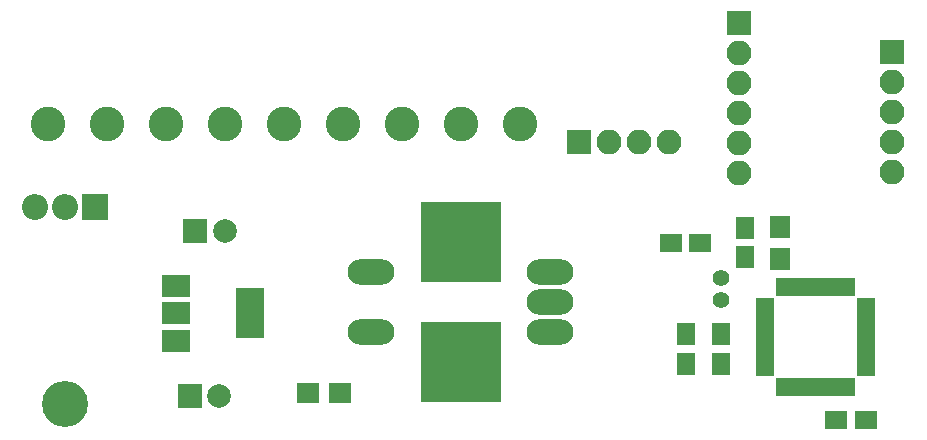
<source format=gts>
G04 #@! TF.FileFunction,Soldermask,Top*
%FSLAX46Y46*%
G04 Gerber Fmt 4.6, Leading zero omitted, Abs format (unit mm)*
G04 Created by KiCad (PCBNEW 4.0.7-e2-6376~58~ubuntu16.04.1) date Mon Nov  6 19:58:44 2017*
%MOMM*%
%LPD*%
G01*
G04 APERTURE LIST*
%ADD10C,0.100000*%
%ADD11R,1.600000X1.000000*%
%ADD12R,1.000000X1.600000*%
%ADD13R,6.851600X6.851600*%
%ADD14O,3.956000X2.178000*%
%ADD15R,2.000000X2.000000*%
%ADD16C,2.000000*%
%ADD17R,1.650000X1.900000*%
%ADD18R,1.900000X1.650000*%
%ADD19R,2.100000X2.100000*%
%ADD20O,2.100000X2.100000*%
%ADD21O,3.900000X3.900000*%
%ADD22R,2.200000X2.200000*%
%ADD23O,2.200000X2.200000*%
%ADD24R,1.700000X1.900000*%
%ADD25R,2.400000X4.200000*%
%ADD26R,2.400000X1.900000*%
%ADD27C,1.400000*%
%ADD28C,2.940000*%
%ADD29R,1.900000X1.700000*%
G04 APERTURE END LIST*
D10*
D11*
X144750000Y-89200000D03*
X144750000Y-90000000D03*
X144750000Y-90800000D03*
X144750000Y-91600000D03*
X144750000Y-92400000D03*
X144750000Y-93200000D03*
X144750000Y-94000000D03*
X144750000Y-94800000D03*
D12*
X146200000Y-96250000D03*
X147000000Y-96250000D03*
X147800000Y-96250000D03*
X148600000Y-96250000D03*
X149400000Y-96250000D03*
X150200000Y-96250000D03*
X151000000Y-96250000D03*
X151800000Y-96250000D03*
D11*
X153250000Y-94800000D03*
X153250000Y-94000000D03*
X153250000Y-93200000D03*
X153250000Y-92400000D03*
X153250000Y-91600000D03*
X153250000Y-90800000D03*
X153250000Y-90000000D03*
X153250000Y-89200000D03*
D12*
X151800000Y-87750000D03*
X151000000Y-87750000D03*
X150200000Y-87750000D03*
X149400000Y-87750000D03*
X148600000Y-87750000D03*
X147800000Y-87750000D03*
X147000000Y-87750000D03*
X146200000Y-87750000D03*
D13*
X119000000Y-94080000D03*
X119000000Y-83920000D03*
D14*
X126493000Y-91540000D03*
X126493000Y-89000000D03*
X126493000Y-86460000D03*
X111380000Y-91540000D03*
X111380000Y-86460000D03*
D15*
X96500000Y-83000000D03*
D16*
X99000000Y-83000000D03*
D17*
X141000000Y-91750000D03*
X141000000Y-94250000D03*
D18*
X139250000Y-84000000D03*
X136750000Y-84000000D03*
D17*
X138000000Y-91750000D03*
X138000000Y-94250000D03*
D15*
X96000000Y-97000000D03*
D16*
X98500000Y-97000000D03*
D17*
X143000000Y-85250000D03*
X143000000Y-82750000D03*
D18*
X153250000Y-99000000D03*
X150750000Y-99000000D03*
D19*
X155500000Y-67880000D03*
D20*
X155500000Y-70420000D03*
X155500000Y-72960000D03*
X155500000Y-75500000D03*
X155500000Y-78040000D03*
D21*
X85460000Y-97660000D03*
D22*
X88000000Y-81000000D03*
D23*
X85460000Y-81000000D03*
X82920000Y-81000000D03*
D24*
X146000000Y-85350000D03*
X146000000Y-82650000D03*
D25*
X101150000Y-90000000D03*
D26*
X94850000Y-90000000D03*
X94850000Y-92300000D03*
X94850000Y-87700000D03*
D27*
X141000000Y-87000000D03*
X141000000Y-88900000D03*
D19*
X129000000Y-75500000D03*
D20*
X131540000Y-75500000D03*
X134080000Y-75500000D03*
X136620000Y-75500000D03*
D19*
X142500000Y-65380000D03*
D20*
X142500000Y-67920000D03*
X142500000Y-70460000D03*
X142500000Y-73000000D03*
X142500000Y-75540000D03*
X142500000Y-78080000D03*
D28*
X89000000Y-74000000D03*
X84001280Y-74000000D03*
X114000000Y-74000000D03*
X109001280Y-74000000D03*
X124000000Y-74000000D03*
X119001280Y-74000000D03*
X104000000Y-74000000D03*
X99001280Y-74000000D03*
X94000020Y-74000000D03*
D29*
X106050000Y-96750000D03*
X108750000Y-96750000D03*
M02*

</source>
